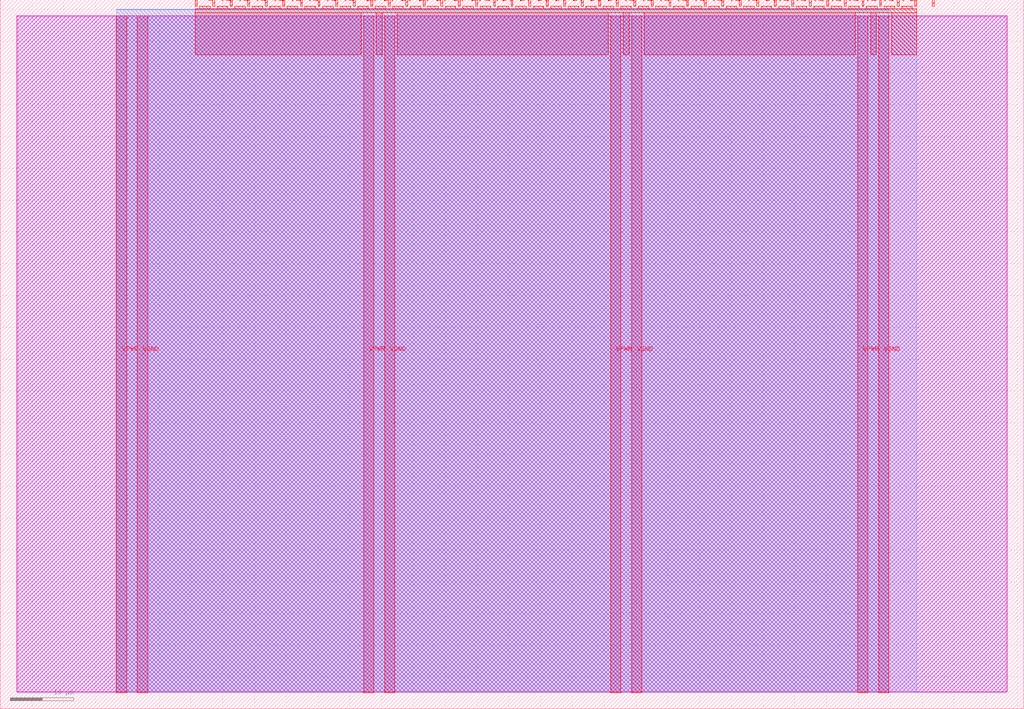
<source format=lef>
VERSION 5.7 ;
  NOWIREEXTENSIONATPIN ON ;
  DIVIDERCHAR "/" ;
  BUSBITCHARS "[]" ;
MACRO tt_um_wokwi_442977574883409921
  CLASS BLOCK ;
  FOREIGN tt_um_wokwi_442977574883409921 ;
  ORIGIN 0.000 0.000 ;
  SIZE 161.000 BY 111.520 ;
  PIN VGND
    DIRECTION INOUT ;
    USE GROUND ;
    PORT
      LAYER met4 ;
        RECT 21.580 2.480 23.180 109.040 ;
    END
    PORT
      LAYER met4 ;
        RECT 60.450 2.480 62.050 109.040 ;
    END
    PORT
      LAYER met4 ;
        RECT 99.320 2.480 100.920 109.040 ;
    END
    PORT
      LAYER met4 ;
        RECT 138.190 2.480 139.790 109.040 ;
    END
  END VGND
  PIN VPWR
    DIRECTION INOUT ;
    USE POWER ;
    PORT
      LAYER met4 ;
        RECT 18.280 2.480 19.880 109.040 ;
    END
    PORT
      LAYER met4 ;
        RECT 57.150 2.480 58.750 109.040 ;
    END
    PORT
      LAYER met4 ;
        RECT 96.020 2.480 97.620 109.040 ;
    END
    PORT
      LAYER met4 ;
        RECT 134.890 2.480 136.490 109.040 ;
    END
  END VPWR
  PIN clk
    DIRECTION INPUT ;
    USE SIGNAL ;
    ANTENNAGATEAREA 0.852000 ;
    PORT
      LAYER met4 ;
        RECT 143.830 110.520 144.130 111.520 ;
    END
  END clk
  PIN ena
    DIRECTION INPUT ;
    USE SIGNAL ;
    PORT
      LAYER met4 ;
        RECT 146.590 110.520 146.890 111.520 ;
    END
  END ena
  PIN rst_n
    DIRECTION INPUT ;
    USE SIGNAL ;
    PORT
      LAYER met4 ;
        RECT 141.070 110.520 141.370 111.520 ;
    END
  END rst_n
  PIN ui_in[0]
    DIRECTION INPUT ;
    USE SIGNAL ;
    PORT
      LAYER met4 ;
        RECT 138.310 110.520 138.610 111.520 ;
    END
  END ui_in[0]
  PIN ui_in[1]
    DIRECTION INPUT ;
    USE SIGNAL ;
    PORT
      LAYER met4 ;
        RECT 135.550 110.520 135.850 111.520 ;
    END
  END ui_in[1]
  PIN ui_in[2]
    DIRECTION INPUT ;
    USE SIGNAL ;
    PORT
      LAYER met4 ;
        RECT 132.790 110.520 133.090 111.520 ;
    END
  END ui_in[2]
  PIN ui_in[3]
    DIRECTION INPUT ;
    USE SIGNAL ;
    PORT
      LAYER met4 ;
        RECT 130.030 110.520 130.330 111.520 ;
    END
  END ui_in[3]
  PIN ui_in[4]
    DIRECTION INPUT ;
    USE SIGNAL ;
    PORT
      LAYER met4 ;
        RECT 127.270 110.520 127.570 111.520 ;
    END
  END ui_in[4]
  PIN ui_in[5]
    DIRECTION INPUT ;
    USE SIGNAL ;
    PORT
      LAYER met4 ;
        RECT 124.510 110.520 124.810 111.520 ;
    END
  END ui_in[5]
  PIN ui_in[6]
    DIRECTION INPUT ;
    USE SIGNAL ;
    ANTENNAGATEAREA 0.196500 ;
    PORT
      LAYER met4 ;
        RECT 121.750 110.520 122.050 111.520 ;
    END
  END ui_in[6]
  PIN ui_in[7]
    DIRECTION INPUT ;
    USE SIGNAL ;
    ANTENNAGATEAREA 0.196500 ;
    PORT
      LAYER met4 ;
        RECT 118.990 110.520 119.290 111.520 ;
    END
  END ui_in[7]
  PIN uio_in[0]
    DIRECTION INPUT ;
    USE SIGNAL ;
    PORT
      LAYER met4 ;
        RECT 116.230 110.520 116.530 111.520 ;
    END
  END uio_in[0]
  PIN uio_in[1]
    DIRECTION INPUT ;
    USE SIGNAL ;
    PORT
      LAYER met4 ;
        RECT 113.470 110.520 113.770 111.520 ;
    END
  END uio_in[1]
  PIN uio_in[2]
    DIRECTION INPUT ;
    USE SIGNAL ;
    PORT
      LAYER met4 ;
        RECT 110.710 110.520 111.010 111.520 ;
    END
  END uio_in[2]
  PIN uio_in[3]
    DIRECTION INPUT ;
    USE SIGNAL ;
    PORT
      LAYER met4 ;
        RECT 107.950 110.520 108.250 111.520 ;
    END
  END uio_in[3]
  PIN uio_in[4]
    DIRECTION INPUT ;
    USE SIGNAL ;
    PORT
      LAYER met4 ;
        RECT 105.190 110.520 105.490 111.520 ;
    END
  END uio_in[4]
  PIN uio_in[5]
    DIRECTION INPUT ;
    USE SIGNAL ;
    PORT
      LAYER met4 ;
        RECT 102.430 110.520 102.730 111.520 ;
    END
  END uio_in[5]
  PIN uio_in[6]
    DIRECTION INPUT ;
    USE SIGNAL ;
    PORT
      LAYER met4 ;
        RECT 99.670 110.520 99.970 111.520 ;
    END
  END uio_in[6]
  PIN uio_in[7]
    DIRECTION INPUT ;
    USE SIGNAL ;
    PORT
      LAYER met4 ;
        RECT 96.910 110.520 97.210 111.520 ;
    END
  END uio_in[7]
  PIN uio_oe[0]
    DIRECTION OUTPUT ;
    USE SIGNAL ;
    PORT
      LAYER met4 ;
        RECT 49.990 110.520 50.290 111.520 ;
    END
  END uio_oe[0]
  PIN uio_oe[1]
    DIRECTION OUTPUT ;
    USE SIGNAL ;
    PORT
      LAYER met4 ;
        RECT 47.230 110.520 47.530 111.520 ;
    END
  END uio_oe[1]
  PIN uio_oe[2]
    DIRECTION OUTPUT ;
    USE SIGNAL ;
    PORT
      LAYER met4 ;
        RECT 44.470 110.520 44.770 111.520 ;
    END
  END uio_oe[2]
  PIN uio_oe[3]
    DIRECTION OUTPUT ;
    USE SIGNAL ;
    PORT
      LAYER met4 ;
        RECT 41.710 110.520 42.010 111.520 ;
    END
  END uio_oe[3]
  PIN uio_oe[4]
    DIRECTION OUTPUT ;
    USE SIGNAL ;
    PORT
      LAYER met4 ;
        RECT 38.950 110.520 39.250 111.520 ;
    END
  END uio_oe[4]
  PIN uio_oe[5]
    DIRECTION OUTPUT ;
    USE SIGNAL ;
    PORT
      LAYER met4 ;
        RECT 36.190 110.520 36.490 111.520 ;
    END
  END uio_oe[5]
  PIN uio_oe[6]
    DIRECTION OUTPUT ;
    USE SIGNAL ;
    PORT
      LAYER met4 ;
        RECT 33.430 110.520 33.730 111.520 ;
    END
  END uio_oe[6]
  PIN uio_oe[7]
    DIRECTION OUTPUT ;
    USE SIGNAL ;
    PORT
      LAYER met4 ;
        RECT 30.670 110.520 30.970 111.520 ;
    END
  END uio_oe[7]
  PIN uio_out[0]
    DIRECTION OUTPUT ;
    USE SIGNAL ;
    PORT
      LAYER met4 ;
        RECT 72.070 110.520 72.370 111.520 ;
    END
  END uio_out[0]
  PIN uio_out[1]
    DIRECTION OUTPUT ;
    USE SIGNAL ;
    PORT
      LAYER met4 ;
        RECT 69.310 110.520 69.610 111.520 ;
    END
  END uio_out[1]
  PIN uio_out[2]
    DIRECTION OUTPUT ;
    USE SIGNAL ;
    PORT
      LAYER met4 ;
        RECT 66.550 110.520 66.850 111.520 ;
    END
  END uio_out[2]
  PIN uio_out[3]
    DIRECTION OUTPUT ;
    USE SIGNAL ;
    PORT
      LAYER met4 ;
        RECT 63.790 110.520 64.090 111.520 ;
    END
  END uio_out[3]
  PIN uio_out[4]
    DIRECTION OUTPUT ;
    USE SIGNAL ;
    PORT
      LAYER met4 ;
        RECT 61.030 110.520 61.330 111.520 ;
    END
  END uio_out[4]
  PIN uio_out[5]
    DIRECTION OUTPUT ;
    USE SIGNAL ;
    PORT
      LAYER met4 ;
        RECT 58.270 110.520 58.570 111.520 ;
    END
  END uio_out[5]
  PIN uio_out[6]
    DIRECTION OUTPUT ;
    USE SIGNAL ;
    PORT
      LAYER met4 ;
        RECT 55.510 110.520 55.810 111.520 ;
    END
  END uio_out[6]
  PIN uio_out[7]
    DIRECTION OUTPUT ;
    USE SIGNAL ;
    PORT
      LAYER met4 ;
        RECT 52.750 110.520 53.050 111.520 ;
    END
  END uio_out[7]
  PIN uo_out[0]
    DIRECTION OUTPUT ;
    USE SIGNAL ;
    PORT
      LAYER met4 ;
        RECT 94.150 110.520 94.450 111.520 ;
    END
  END uo_out[0]
  PIN uo_out[1]
    DIRECTION OUTPUT ;
    USE SIGNAL ;
    PORT
      LAYER met4 ;
        RECT 91.390 110.520 91.690 111.520 ;
    END
  END uo_out[1]
  PIN uo_out[2]
    DIRECTION OUTPUT ;
    USE SIGNAL ;
    PORT
      LAYER met4 ;
        RECT 88.630 110.520 88.930 111.520 ;
    END
  END uo_out[2]
  PIN uo_out[3]
    DIRECTION OUTPUT ;
    USE SIGNAL ;
    PORT
      LAYER met4 ;
        RECT 85.870 110.520 86.170 111.520 ;
    END
  END uo_out[3]
  PIN uo_out[4]
    DIRECTION OUTPUT ;
    USE SIGNAL ;
    PORT
      LAYER met4 ;
        RECT 83.110 110.520 83.410 111.520 ;
    END
  END uo_out[4]
  PIN uo_out[5]
    DIRECTION OUTPUT ;
    USE SIGNAL ;
    PORT
      LAYER met4 ;
        RECT 80.350 110.520 80.650 111.520 ;
    END
  END uo_out[5]
  PIN uo_out[6]
    DIRECTION OUTPUT ;
    USE SIGNAL ;
    ANTENNADIFFAREA 0.445500 ;
    PORT
      LAYER met4 ;
        RECT 77.590 110.520 77.890 111.520 ;
    END
  END uo_out[6]
  PIN uo_out[7]
    DIRECTION OUTPUT ;
    USE SIGNAL ;
    ANTENNADIFFAREA 0.445500 ;
    PORT
      LAYER met4 ;
        RECT 74.830 110.520 75.130 111.520 ;
    END
  END uo_out[7]
  OBS
      LAYER nwell ;
        RECT 2.570 2.635 158.430 108.990 ;
      LAYER li1 ;
        RECT 2.760 2.635 158.240 108.885 ;
      LAYER met1 ;
        RECT 2.760 2.480 158.240 109.040 ;
      LAYER met2 ;
        RECT 18.310 2.535 139.760 110.005 ;
      LAYER met3 ;
        RECT 18.290 2.555 144.170 109.985 ;
      LAYER met4 ;
        RECT 31.370 110.120 33.030 110.520 ;
        RECT 34.130 110.120 35.790 110.520 ;
        RECT 36.890 110.120 38.550 110.520 ;
        RECT 39.650 110.120 41.310 110.520 ;
        RECT 42.410 110.120 44.070 110.520 ;
        RECT 45.170 110.120 46.830 110.520 ;
        RECT 47.930 110.120 49.590 110.520 ;
        RECT 50.690 110.120 52.350 110.520 ;
        RECT 53.450 110.120 55.110 110.520 ;
        RECT 56.210 110.120 57.870 110.520 ;
        RECT 58.970 110.120 60.630 110.520 ;
        RECT 61.730 110.120 63.390 110.520 ;
        RECT 64.490 110.120 66.150 110.520 ;
        RECT 67.250 110.120 68.910 110.520 ;
        RECT 70.010 110.120 71.670 110.520 ;
        RECT 72.770 110.120 74.430 110.520 ;
        RECT 75.530 110.120 77.190 110.520 ;
        RECT 78.290 110.120 79.950 110.520 ;
        RECT 81.050 110.120 82.710 110.520 ;
        RECT 83.810 110.120 85.470 110.520 ;
        RECT 86.570 110.120 88.230 110.520 ;
        RECT 89.330 110.120 90.990 110.520 ;
        RECT 92.090 110.120 93.750 110.520 ;
        RECT 94.850 110.120 96.510 110.520 ;
        RECT 97.610 110.120 99.270 110.520 ;
        RECT 100.370 110.120 102.030 110.520 ;
        RECT 103.130 110.120 104.790 110.520 ;
        RECT 105.890 110.120 107.550 110.520 ;
        RECT 108.650 110.120 110.310 110.520 ;
        RECT 111.410 110.120 113.070 110.520 ;
        RECT 114.170 110.120 115.830 110.520 ;
        RECT 116.930 110.120 118.590 110.520 ;
        RECT 119.690 110.120 121.350 110.520 ;
        RECT 122.450 110.120 124.110 110.520 ;
        RECT 125.210 110.120 126.870 110.520 ;
        RECT 127.970 110.120 129.630 110.520 ;
        RECT 130.730 110.120 132.390 110.520 ;
        RECT 133.490 110.120 135.150 110.520 ;
        RECT 136.250 110.120 137.910 110.520 ;
        RECT 139.010 110.120 140.670 110.520 ;
        RECT 141.770 110.120 143.430 110.520 ;
        RECT 30.655 109.440 144.145 110.120 ;
        RECT 30.655 102.855 56.750 109.440 ;
        RECT 59.150 102.855 60.050 109.440 ;
        RECT 62.450 102.855 95.620 109.440 ;
        RECT 98.020 102.855 98.920 109.440 ;
        RECT 101.320 102.855 134.490 109.440 ;
        RECT 136.890 102.855 137.790 109.440 ;
        RECT 140.190 102.855 144.145 109.440 ;
  END
END tt_um_wokwi_442977574883409921
END LIBRARY


</source>
